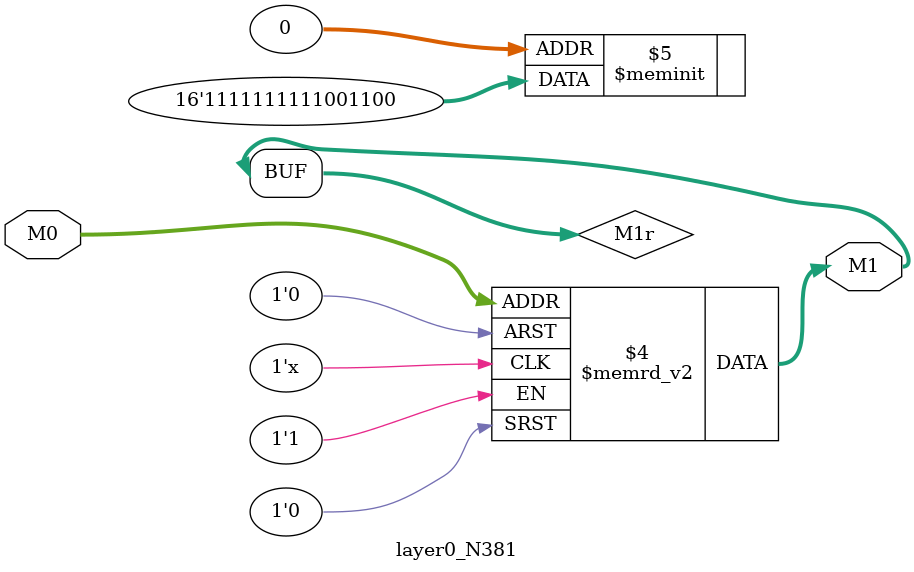
<source format=v>
module layer0_N381 ( input [2:0] M0, output [1:0] M1 );

	(*rom_style = "distributed" *) reg [1:0] M1r;
	assign M1 = M1r;
	always @ (M0) begin
		case (M0)
			3'b000: M1r = 2'b00;
			3'b100: M1r = 2'b11;
			3'b010: M1r = 2'b00;
			3'b110: M1r = 2'b11;
			3'b001: M1r = 2'b11;
			3'b101: M1r = 2'b11;
			3'b011: M1r = 2'b11;
			3'b111: M1r = 2'b11;

		endcase
	end
endmodule

</source>
